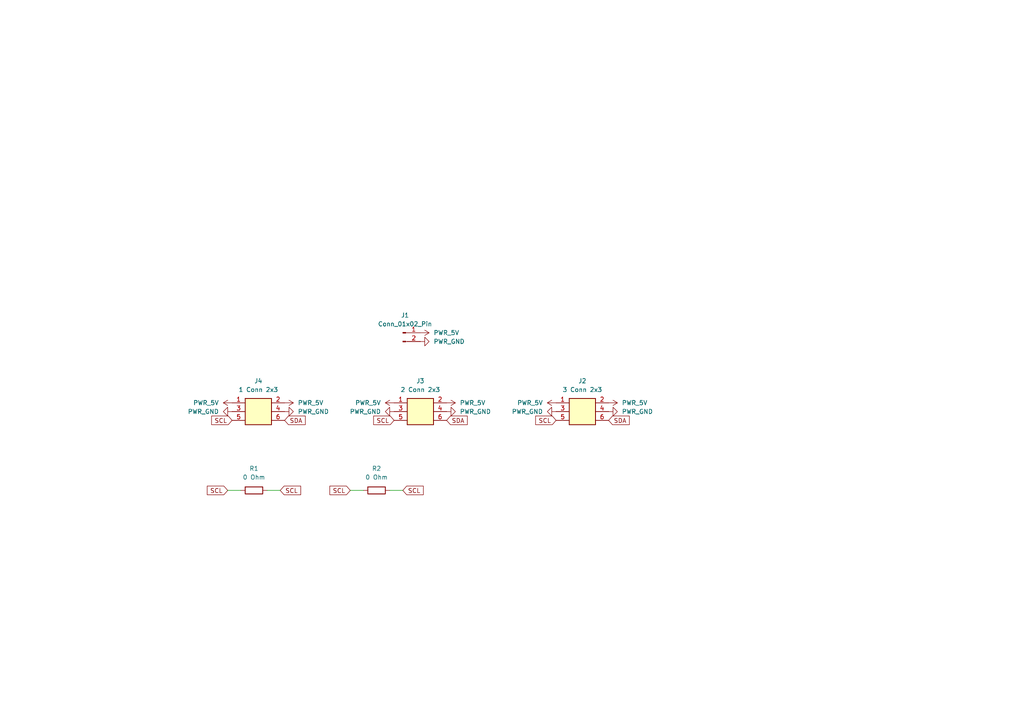
<source format=kicad_sch>
(kicad_sch (version 20231120) (generator "eeschema") (generator_version "8.0")
  (paper "A4")
  (lib_symbols
    (symbol "Connector:Conn_01x02_Pin" (pin_names (offset 1.016) hide)
      (property "Reference" "J" (at 0 2.54 0))
      (property "Value" "Conn_01x02_Pin" (at 0 -5.08 0))
      (symbol "Conn_01x02_Pin_1_1"
        (polyline (pts (xy 1.27 -2.54) (xy 0.8636 -2.54)) (stroke (width 0.1524)))
        (polyline (pts (xy 1.27 0) (xy 0.8636 0)) (stroke (width 0.1524)))
        (rectangle (start 0.8636 -2.413) (end 0 -2.667) (stroke (width 0.1524)) (fill (type outline)))
        (rectangle (start 0.8636 0.127) (end 0 -0.127) (stroke (width 0.1524)) (fill (type outline)))
        (pin passive line (at 5.08 0 180) (length 3.81) (name "Pin_1") (number "1"))
        (pin passive line (at 5.08 -2.54 180) (length 3.81) (name "Pin_2") (number "2"))
      )
    )
    (symbol "Device:R" (pin_numbers hide) (pin_names (offset 0))
      (property "Reference" "R" (at 2.032 0 90))
      (property "Value" "R" (at 0 0 90))
      (symbol "R_0_1"
        (rectangle (start -1.016 -2.54) (end 1.016 2.54) (stroke (width 0.254)))
      )
      (symbol "R_1_1"
        (pin passive line (at 0 3.81 270) (length 1.27) (name "~") (number "1"))
        (pin passive line (at 0 -3.81 90) (length 1.27) (name "~") (number "2"))
      )
    )
    (symbol "Fab:Conn_PinHeader_2x03_P2.54mm_Vertical_SMD" (pin_names hide)
      (property "Reference" "J" (at 0 5.08 0))
      (property "Value" "Conn_PinHeader_2x03_P2.54mm_Vertical_SMD" (at 0 -5.08 0))
      (symbol "Conn_PinHeader_2x03_P2.54mm_Vertical_SMD_1_1"
        (rectangle (start -3.81 3.81) (end 3.81 -3.81) (stroke (width 0.254)) (fill (type background)))
        (pin passive line (at -7.62 2.54 0) (length 3.81) (name "Pin_1") (number "1"))
        (pin passive line (at 7.62 2.54 180) (length 3.81) (name "Pin_2") (number "2"))
        (pin passive line (at -7.62 0 0) (length 3.81) (name "Pin_3") (number "3"))
        (pin passive line (at 7.62 0 180) (length 3.81) (name "Pin_4") (number "4"))
        (pin passive line (at -7.62 -2.54 0) (length 3.81) (name "Pin_5") (number "5"))
        (pin passive line (at 7.62 -2.54 180) (length 3.81) (name "Pin_6") (number "6"))
      )
    )
    (symbol "Fab:PWR_5V" (power) (pin_names (offset 0))
      (property "Value" "PWR_5V" (at 0 3.556 0))
      (symbol "PWR_5V_0_1"
        (polyline (pts (xy -0.762 1.27) (xy 0 2.54)))
        (polyline (pts (xy 0 0) (xy 0 2.54)))
        (polyline (pts (xy 0 2.54) (xy 0.762 1.27)))
      )
      (symbol "PWR_5V_1_1"
        (pin power_in line (at 0 0 90) (length 0) hide (name "PWR_5V") (number "1"))
      )
    )
    (symbol "Fab:PWR_GND" (power) (pin_names (offset 0))
      (property "Value" "PWR_GND" (at 0 -3.81 0))
      (symbol "PWR_GND_0_1"
        (polyline (pts (xy 0 0) (xy 0 -1.27) (xy 1.27 -1.27) (xy 0 -2.54) (xy -1.27 -1.27) (xy 0 -1.27)))
      )
      (symbol "PWR_GND_1_1"
        (pin power_in line (at 0 0 270) (length 0) hide (name "PWR_GND") (number "1"))
      )
    )
  )
  (wire (pts (xy 77.47 142.24) (xy 81.28 142.24)))
  (wire (pts (xy 113.03 142.24) (xy 116.84 142.24)))
  (wire (pts (xy 101.6 142.24) (xy 105.41 142.24)))
  (wire (pts (xy 66.04 142.24) (xy 69.85 142.24)))
  (global_label "SCL" (shape input) (at 81.28 142.24 0) (property "Intersheetrefs" "${INTERSHEET_REFS}" (effects (hide yes))))
  (global_label "SCL" (shape input) (at 161.29 121.92 180) (property "Intersheetrefs" "${INTERSHEET_REFS}" (effects (hide yes))))
  (global_label "SCL" (shape input) (at 66.04 142.24 180) (property "Intersheetrefs" "${INTERSHEET_REFS}" (effects (hide yes))))
  (global_label "SCL" (shape input) (at 114.3 121.92 180) (property "Intersheetrefs" "${INTERSHEET_REFS}" (effects (hide yes))))
  (global_label "SCL" (shape input) (at 101.6 142.24 180) (property "Intersheetrefs" "${INTERSHEET_REFS}" (effects (hide yes))))
  (global_label "SDA" (shape input) (at 129.54 121.92 0) (property "Intersheetrefs" "${INTERSHEET_REFS}" (effects (hide yes))))
  (global_label "SCL" (shape input) (at 116.84 142.24 0) (property "Intersheetrefs" "${INTERSHEET_REFS}" (effects (hide yes))))
  (global_label "SCL" (shape input) (at 67.31 121.92 180) (property "Intersheetrefs" "${INTERSHEET_REFS}" (effects (hide yes))))
  (global_label "SDA" (shape input) (at 176.53 121.92 0) (property "Intersheetrefs" "${INTERSHEET_REFS}" (effects (hide yes))))
  (global_label "SDA" (shape input) (at 82.55 121.92 0) (property "Intersheetrefs" "${INTERSHEET_REFS}" (effects (hide yes))))
  (symbol (lib_id "Fab:PWR_5V") (at 161.29 116.84 90) (unit 1)
    (property "Reference" "#PWR08" (effects (hide yes)))
    (property "Value" "PWR_5V" (at 157.48 116.8399 90) (effects (justify left)))
    (property "Description" "Power symbol creates a global label with name \"+5V\"" (effects (hide yes)))
  )
  (symbol (lib_id "Fab:Conn_PinHeader_2x03_P2.54mm_Vertical_SMD") (at 74.93 119.38 0) (unit 1)
    (property "Reference" "J4" (at 74.93 110.49 0))
    (property "Value" "1 Conn 2x3" (at 74.93 113.03 0))
    (property "Footprint" "Fab:PinHeader_2x03_P2.54mm_Vertical_SMD" (effects (hide yes)))
    (property "Datasheet" "https://cdn.amphenol-icc.com/media/wysiwyg/files/drawing/95278.pdf" (effects (hide yes)))
    (property "Description" "Connector Header Surface Mount 6 position 0.100\" (2.54mm)" (effects (hide yes)))
  )
  (symbol (lib_id "Fab:PWR_GND") (at 176.53 119.38 90) (unit 1)
    (property "Reference" "#PWR011" (effects (hide yes)))
    (property "Value" "PWR_GND" (at 180.34 119.3799 90) (effects (justify right)))
    (property "Description" "Power symbol creates a global label with name \"GND\" , ground" (effects (hide yes)))
  )
  (symbol (lib_id "Fab:PWR_5V") (at 129.54 116.84 270) (unit 1)
    (property "Reference" "#PWR04" (effects (hide yes)))
    (property "Value" "PWR_5V" (at 133.35 116.8399 90) (effects (justify left)))
    (property "Description" "Power symbol creates a global label with name \"+5V\"" (effects (hide yes)))
  )
  (symbol (lib_id "Fab:PWR_GND") (at 161.29 119.38 270) (unit 1)
    (property "Reference" "#PWR012" (effects (hide yes)))
    (property "Value" "PWR_GND" (at 157.48 119.3799 90) (effects (justify right)))
    (property "Description" "Power symbol creates a global label with name \"GND\" , ground" (effects (hide yes)))
  )
  (symbol (lib_id "Fab:PWR_GND") (at 114.3 119.38 270) (unit 1)
    (property "Reference" "#PWR013" (effects (hide yes)))
    (property "Value" "PWR_GND" (at 110.49 119.3799 90) (effects (justify right)))
    (property "Description" "Power symbol creates a global label with name \"GND\" , ground" (effects (hide yes)))
  )
  (symbol (lib_id "Fab:PWR_5V") (at 67.31 116.84 90) (unit 1)
    (property "Reference" "#PWR06" (effects (hide yes)))
    (property "Value" "PWR_5V" (at 63.5 116.8399 90) (effects (justify left)))
    (property "Description" "Power symbol creates a global label with name \"+5V\"" (effects (hide yes)))
  )
  (symbol (lib_id "Fab:Conn_PinHeader_2x03_P2.54mm_Vertical_SMD") (at 168.91 119.38 0) (unit 1)
    (property "Reference" "J2" (at 168.91 110.49 0))
    (property "Value" "3 Conn 2x3" (at 168.91 113.03 0))
    (property "Footprint" "Fab:PinHeader_2x03_P2.54mm_Vertical_SMD" (effects (hide yes)))
    (property "Datasheet" "https://cdn.amphenol-icc.com/media/wysiwyg/files/drawing/95278.pdf" (effects (hide yes)))
    (property "Description" "Connector Header Surface Mount 6 position 0.100\" (2.54mm)" (effects (hide yes)))
  )
  (symbol (lib_id "Fab:PWR_GND") (at 67.31 119.38 270) (unit 1)
    (property "Reference" "#PWR014" (effects (hide yes)))
    (property "Value" "PWR_GND" (at 63.5 119.3799 90) (effects (justify right)))
    (property "Description" "Power symbol creates a global label with name \"GND\" , ground" (effects (hide yes)))
  )
  (symbol (lib_id "Fab:PWR_5V") (at 176.53 116.84 270) (unit 1)
    (property "Reference" "#PWR03" (effects (hide yes)))
    (property "Value" "PWR_5V" (at 180.34 116.8399 90) (effects (justify left)))
    (property "Description" "Power symbol creates a global label with name \"+5V\"" (effects (hide yes)))
  )
  (symbol (lib_id "Fab:PWR_GND") (at 121.92 99.06 90) (unit 1)
    (property "Reference" "#PWR02" (effects (hide yes)))
    (property "Value" "PWR_GND" (at 125.73 99.0599 90) (effects (justify right)))
    (property "Description" "Power symbol creates a global label with name \"GND\" , ground" (effects (hide yes)))
  )
  (symbol (lib_id "Fab:PWR_5V") (at 82.55 116.84 270) (unit 1)
    (property "Reference" "#PWR05" (effects (hide yes)))
    (property "Value" "PWR_5V" (at 86.36 116.8399 90) (effects (justify left)))
    (property "Description" "Power symbol creates a global label with name \"+5V\"" (effects (hide yes)))
  )
  (symbol (lib_id "Connector:Conn_01x02_Pin") (at 116.84 96.52 0) (unit 1)
    (property "Reference" "J1" (at 117.475 91.44 0))
    (property "Value" "Conn_01x02_Pin" (at 117.475 93.98 0))
    (property "Footprint" "Connector_TE-Connectivity:TE_2834006-2_1x02_P4.0mm_Horizontal" (effects (hide yes)))
    (property "Description" "Generic connector, single row, 01x02, script generated" (effects (hide yes)))
  )
  (symbol (lib_id "Device:R") (at 73.66 142.24 270) (unit 1)
    (property "Reference" "R1" (at 73.66 135.89 90))
    (property "Value" "0 Ohm" (at 73.66 138.43 90))
    (property "Footprint" "Fab:R_1206" (effects (hide yes)))
  )
  (symbol (lib_id "Fab:PWR_GND") (at 82.55 119.38 90) (unit 1)
    (property "Reference" "#PWR09" (effects (hide yes)))
    (property "Value" "PWR_GND" (at 86.36 119.3799 90) (effects (justify right)))
    (property "Description" "Power symbol creates a global label with name \"GND\" , ground" (effects (hide yes)))
  )
  (symbol (lib_id "Fab:PWR_5V") (at 114.3 116.84 90) (unit 1)
    (property "Reference" "#PWR07" (effects (hide yes)))
    (property "Value" "PWR_5V" (at 110.49 116.8399 90) (effects (justify left)))
    (property "Description" "Power symbol creates a global label with name \"+5V\"" (effects (hide yes)))
  )
  (symbol (lib_id "Device:R") (at 109.22 142.24 270) (unit 1)
    (property "Reference" "R2" (at 109.22 135.89 90))
    (property "Value" "0 Ohm" (at 109.22 138.43 90))
    (property "Footprint" "Fab:R_1206" (effects (hide yes)))
  )
  (symbol (lib_id "Fab:Conn_PinHeader_2x03_P2.54mm_Vertical_SMD") (at 121.92 119.38 0) (unit 1)
    (property "Reference" "J3" (at 121.92 110.49 0))
    (property "Value" "2 Conn 2x3" (at 121.92 113.03 0))
    (property "Footprint" "Fab:PinHeader_2x03_P2.54mm_Vertical_SMD" (effects (hide yes)))
    (property "Datasheet" "https://cdn.amphenol-icc.com/media/wysiwyg/files/drawing/95278.pdf" (effects (hide yes)))
    (property "Description" "Connector Header Surface Mount 6 position 0.100\" (2.54mm)" (effects (hide yes)))
  )
  (symbol (lib_id "Fab:PWR_GND") (at 129.54 119.38 90) (unit 1)
    (property "Reference" "#PWR010" (effects (hide yes)))
    (property "Value" "PWR_GND" (at 133.35 119.3799 90) (effects (justify right)))
    (property "Description" "Power symbol creates a global label with name \"GND\" , ground" (effects (hide yes)))
  )
  (symbol (lib_id "Fab:PWR_5V") (at 121.92 96.52 270) (unit 1)
    (property "Reference" "#PWR01" (effects (hide yes)))
    (property "Value" "PWR_5V" (at 125.73 96.5199 90) (effects (justify left)))
    (property "Description" "Power symbol creates a global label with name \"+5V\"" (effects (hide yes)))
  )
)
</source>
